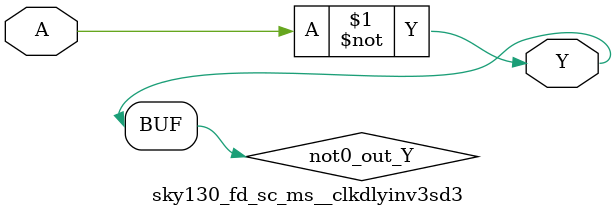
<source format=v>
/*
 * Copyright 2020 The SkyWater PDK Authors
 *
 * Licensed under the Apache License, Version 2.0 (the "License");
 * you may not use this file except in compliance with the License.
 * You may obtain a copy of the License at
 *
 *     https://www.apache.org/licenses/LICENSE-2.0
 *
 * Unless required by applicable law or agreed to in writing, software
 * distributed under the License is distributed on an "AS IS" BASIS,
 * WITHOUT WARRANTIES OR CONDITIONS OF ANY KIND, either express or implied.
 * See the License for the specific language governing permissions and
 * limitations under the License.
 *
 * SPDX-License-Identifier: Apache-2.0
*/


`ifndef SKY130_FD_SC_MS__CLKDLYINV3SD3_FUNCTIONAL_V
`define SKY130_FD_SC_MS__CLKDLYINV3SD3_FUNCTIONAL_V

/**
 * clkdlyinv3sd3: Clock Delay Inverter 3-stage 0.50um length inner
 *                stage gate.
 *
 * Verilog simulation functional model.
 */

`timescale 1ns / 1ps
`default_nettype none

`celldefine
module sky130_fd_sc_ms__clkdlyinv3sd3 (
    Y,
    A
);

    // Module ports
    output Y;
    input  A;

    // Local signals
    wire not0_out_Y;

    //  Name  Output      Other arguments
    not not0 (not0_out_Y, A              );
    buf buf0 (Y         , not0_out_Y     );

endmodule
`endcelldefine

`default_nettype wire
`endif  // SKY130_FD_SC_MS__CLKDLYINV3SD3_FUNCTIONAL_V

</source>
